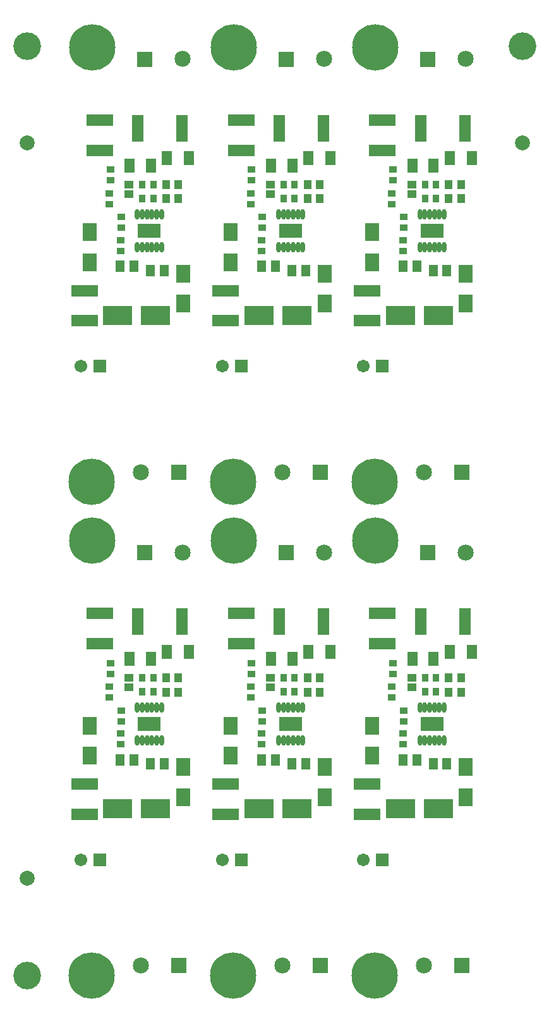
<source format=gts>
G04*
G04 #@! TF.GenerationSoftware,Altium Limited,Altium Designer,18.1.9 (240)*
G04*
G04 Layer_Color=8388736*
%FSAX25Y25*%
%MOIN*%
G70*
G01*
G75*
%ADD32C,0.14567*%
%ADD47C,0.07874*%
%ADD48R,0.14186X0.06115*%
%ADD49R,0.03753X0.04343*%
%ADD50R,0.04343X0.03753*%
%ADD51R,0.03950X0.04737*%
%ADD52R,0.15800X0.10249*%
%ADD53R,0.05328X0.07690*%
%ADD54R,0.07296X0.09461*%
%ADD55R,0.04540X0.04147*%
%ADD56R,0.05131X0.06115*%
%ADD57R,0.06115X0.14186*%
%ADD58R,0.05721X0.07690*%
%ADD59R,0.12217X0.07493*%
%ADD60O,0.02572X0.05524*%
%ADD61C,0.24422*%
%ADD62R,0.06706X0.06706*%
%ADD63C,0.06706*%
%ADD64R,0.08477X0.08477*%
%ADD65C,0.08477*%
D32*
X0524000Y0604000D02*
D03*
X0262500D02*
D03*
Y0114000D02*
D03*
D47*
X0524000Y0552819D02*
D03*
X0262500D02*
D03*
Y0165181D02*
D03*
D48*
X0300913Y0288862D02*
D03*
Y0304807D02*
D03*
X0292882Y0214846D02*
D03*
Y0198902D02*
D03*
X0375480Y0288862D02*
D03*
Y0304807D02*
D03*
X0367449Y0214846D02*
D03*
Y0198902D02*
D03*
X0450047Y0288862D02*
D03*
Y0304807D02*
D03*
X0442016Y0214846D02*
D03*
Y0198902D02*
D03*
X0300913Y0549012D02*
D03*
Y0564956D02*
D03*
X0292882Y0474996D02*
D03*
Y0459051D02*
D03*
X0375480Y0549012D02*
D03*
Y0564956D02*
D03*
X0367449Y0474996D02*
D03*
Y0459051D02*
D03*
X0450047Y0549012D02*
D03*
Y0564956D02*
D03*
X0442016Y0474996D02*
D03*
Y0459051D02*
D03*
D49*
X0329161Y0263370D02*
D03*
X0323453D02*
D03*
X0329161Y0270850D02*
D03*
X0323453D02*
D03*
X0403728Y0263370D02*
D03*
X0398020D02*
D03*
X0403728Y0270850D02*
D03*
X0398020D02*
D03*
X0478295Y0263370D02*
D03*
X0472587D02*
D03*
X0478295Y0270850D02*
D03*
X0472587D02*
D03*
X0329161Y0523519D02*
D03*
X0323453D02*
D03*
X0329161Y0531000D02*
D03*
X0323453D02*
D03*
X0403728Y0523519D02*
D03*
X0398020D02*
D03*
X0403728Y0531000D02*
D03*
X0398020D02*
D03*
X0478295Y0523519D02*
D03*
X0472587D02*
D03*
X0478295Y0531000D02*
D03*
X0472587D02*
D03*
D50*
X0305992Y0266146D02*
D03*
Y0260437D02*
D03*
X0306543Y0272917D02*
D03*
Y0278626D02*
D03*
X0312213Y0247957D02*
D03*
Y0253665D02*
D03*
X0311858Y0235831D02*
D03*
Y0241539D02*
D03*
X0380559Y0266146D02*
D03*
Y0260437D02*
D03*
X0381110Y0272917D02*
D03*
Y0278626D02*
D03*
X0386779Y0247957D02*
D03*
Y0253665D02*
D03*
X0386425Y0235831D02*
D03*
Y0241539D02*
D03*
X0455126Y0266146D02*
D03*
Y0260437D02*
D03*
X0455677Y0272917D02*
D03*
Y0278626D02*
D03*
X0461346Y0247957D02*
D03*
Y0253665D02*
D03*
X0460992Y0235831D02*
D03*
Y0241539D02*
D03*
X0305992Y0526295D02*
D03*
Y0520586D02*
D03*
X0306543Y0533067D02*
D03*
Y0538775D02*
D03*
X0312213Y0508106D02*
D03*
Y0513815D02*
D03*
X0311858Y0495980D02*
D03*
Y0501689D02*
D03*
X0380559Y0526295D02*
D03*
Y0520586D02*
D03*
X0381110Y0533067D02*
D03*
Y0538775D02*
D03*
X0386779Y0508106D02*
D03*
Y0513815D02*
D03*
X0386425Y0495980D02*
D03*
Y0501689D02*
D03*
X0455126Y0526295D02*
D03*
Y0520586D02*
D03*
X0455677Y0533067D02*
D03*
Y0538775D02*
D03*
X0461346Y0508106D02*
D03*
Y0513815D02*
D03*
X0460992Y0495980D02*
D03*
Y0501689D02*
D03*
D51*
X0342465Y0263350D02*
D03*
X0335968D02*
D03*
X0342465Y0270850D02*
D03*
X0335968D02*
D03*
X0417031Y0263350D02*
D03*
X0410535D02*
D03*
X0417031Y0270850D02*
D03*
X0410535D02*
D03*
X0491598Y0263350D02*
D03*
X0485102D02*
D03*
X0491598Y0270850D02*
D03*
X0485102D02*
D03*
X0342465Y0523500D02*
D03*
X0335968D02*
D03*
X0342465Y0531000D02*
D03*
X0335968D02*
D03*
X0417031Y0523500D02*
D03*
X0410535D02*
D03*
X0417031Y0531000D02*
D03*
X0410535D02*
D03*
X0491598Y0523500D02*
D03*
X0485102D02*
D03*
X0491598Y0531000D02*
D03*
X0485102D02*
D03*
D52*
X0310362Y0201716D02*
D03*
X0330362D02*
D03*
X0384929D02*
D03*
X0404929D02*
D03*
X0459496D02*
D03*
X0479496D02*
D03*
X0310362Y0461866D02*
D03*
X0330362D02*
D03*
X0384929D02*
D03*
X0404929D02*
D03*
X0459496D02*
D03*
X0479496D02*
D03*
D53*
X0336405Y0284591D02*
D03*
X0348020D02*
D03*
X0410972D02*
D03*
X0422587D02*
D03*
X0485539D02*
D03*
X0497154D02*
D03*
X0336405Y0544740D02*
D03*
X0348020D02*
D03*
X0410972D02*
D03*
X0422587D02*
D03*
X0485539D02*
D03*
X0497154D02*
D03*
D54*
X0295480Y0229827D02*
D03*
Y0245575D02*
D03*
X0344969Y0207976D02*
D03*
Y0223724D02*
D03*
X0370047Y0229827D02*
D03*
Y0245575D02*
D03*
X0419535Y0207976D02*
D03*
Y0223724D02*
D03*
X0444614Y0229827D02*
D03*
Y0245575D02*
D03*
X0494102Y0207976D02*
D03*
Y0223724D02*
D03*
X0295480Y0489976D02*
D03*
Y0505724D02*
D03*
X0344969Y0468126D02*
D03*
Y0483874D02*
D03*
X0370047Y0489976D02*
D03*
Y0505724D02*
D03*
X0419535Y0468126D02*
D03*
Y0483874D02*
D03*
X0444614Y0489976D02*
D03*
Y0505724D02*
D03*
X0494102Y0468126D02*
D03*
Y0483874D02*
D03*
D55*
X0316347Y0270850D02*
D03*
Y0265732D02*
D03*
X0390913Y0270850D02*
D03*
Y0265732D02*
D03*
X0465480Y0270850D02*
D03*
Y0265732D02*
D03*
X0316347Y0531000D02*
D03*
Y0525881D02*
D03*
X0390913Y0531000D02*
D03*
Y0525881D02*
D03*
X0465480Y0531000D02*
D03*
Y0525881D02*
D03*
D56*
X0334988Y0225457D02*
D03*
X0327705D02*
D03*
X0311760Y0227661D02*
D03*
X0319043D02*
D03*
X0409555Y0225457D02*
D03*
X0402272D02*
D03*
X0386327Y0227661D02*
D03*
X0393610D02*
D03*
X0484122Y0225457D02*
D03*
X0476839D02*
D03*
X0460894Y0227661D02*
D03*
X0468177D02*
D03*
X0334988Y0485606D02*
D03*
X0327705D02*
D03*
X0311760Y0487811D02*
D03*
X0319043D02*
D03*
X0409555Y0485606D02*
D03*
X0402272D02*
D03*
X0386327Y0487811D02*
D03*
X0393610D02*
D03*
X0484122Y0485606D02*
D03*
X0476839D02*
D03*
X0460894Y0487811D02*
D03*
X0468177D02*
D03*
D57*
X0321012Y0300535D02*
D03*
X0344437D02*
D03*
X0395579D02*
D03*
X0419004D02*
D03*
X0470146D02*
D03*
X0493571D02*
D03*
X0321012Y0560685D02*
D03*
X0344437D02*
D03*
X0395579D02*
D03*
X0419004D02*
D03*
X0470146D02*
D03*
X0493571D02*
D03*
D58*
X0327980Y0280772D02*
D03*
X0316760D02*
D03*
X0402547D02*
D03*
X0391327D02*
D03*
X0477114D02*
D03*
X0465894D02*
D03*
X0327980Y0540921D02*
D03*
X0316760D02*
D03*
X0402547D02*
D03*
X0391327D02*
D03*
X0477114D02*
D03*
X0465894D02*
D03*
D59*
X0327134Y0246370D02*
D03*
X0401701D02*
D03*
X0476268D02*
D03*
X0327134Y0506519D02*
D03*
X0401701D02*
D03*
X0476268D02*
D03*
D60*
X0320736Y0237709D02*
D03*
X0323295D02*
D03*
X0325854D02*
D03*
X0328413D02*
D03*
X0330972D02*
D03*
X0333531D02*
D03*
X0320736Y0255031D02*
D03*
X0323295D02*
D03*
X0325854D02*
D03*
X0328413D02*
D03*
X0330972D02*
D03*
X0333531D02*
D03*
X0395303Y0237709D02*
D03*
X0397862D02*
D03*
X0400421D02*
D03*
X0402980D02*
D03*
X0405539D02*
D03*
X0408098D02*
D03*
X0395303Y0255031D02*
D03*
X0397862D02*
D03*
X0400421D02*
D03*
X0402980D02*
D03*
X0405539D02*
D03*
X0408098D02*
D03*
X0469870Y0237709D02*
D03*
X0472429D02*
D03*
X0474988D02*
D03*
X0477547D02*
D03*
X0480106D02*
D03*
X0482665D02*
D03*
X0469870Y0255031D02*
D03*
X0472429D02*
D03*
X0474988D02*
D03*
X0477547D02*
D03*
X0480106D02*
D03*
X0482665D02*
D03*
X0320736Y0497858D02*
D03*
X0323295D02*
D03*
X0325854D02*
D03*
X0328413D02*
D03*
X0330972D02*
D03*
X0333531D02*
D03*
X0320736Y0515181D02*
D03*
X0323295D02*
D03*
X0325854D02*
D03*
X0328413D02*
D03*
X0330972D02*
D03*
X0333531D02*
D03*
X0395303Y0497858D02*
D03*
X0397862D02*
D03*
X0400421D02*
D03*
X0402980D02*
D03*
X0405539D02*
D03*
X0408098D02*
D03*
X0395303Y0515181D02*
D03*
X0397862D02*
D03*
X0400421D02*
D03*
X0402980D02*
D03*
X0405539D02*
D03*
X0408098D02*
D03*
X0469870Y0497858D02*
D03*
X0472429D02*
D03*
X0474988D02*
D03*
X0477547D02*
D03*
X0480106D02*
D03*
X0482665D02*
D03*
X0469870Y0515181D02*
D03*
X0472429D02*
D03*
X0474988D02*
D03*
X0477547D02*
D03*
X0480106D02*
D03*
X0482665D02*
D03*
D61*
X0297134Y0343134D02*
D03*
X0296779Y0113921D02*
D03*
X0371701Y0343134D02*
D03*
X0371346Y0113921D02*
D03*
X0446268Y0343134D02*
D03*
X0445913Y0113921D02*
D03*
X0297134Y0603283D02*
D03*
X0296779Y0374071D02*
D03*
X0371701Y0603283D02*
D03*
X0371346Y0374071D02*
D03*
X0446268Y0603283D02*
D03*
X0445913Y0374071D02*
D03*
D62*
X0300953Y0175024D02*
D03*
X0375520D02*
D03*
X0450087D02*
D03*
X0300953Y0435173D02*
D03*
X0375520D02*
D03*
X0450087D02*
D03*
D63*
X0290953Y0175024D02*
D03*
X0365520D02*
D03*
X0440087D02*
D03*
X0290953Y0435173D02*
D03*
X0365520D02*
D03*
X0440087D02*
D03*
D64*
X0342803Y0119158D02*
D03*
X0324732Y0336874D02*
D03*
X0417370Y0119158D02*
D03*
X0399299Y0336874D02*
D03*
X0491937Y0119158D02*
D03*
X0473866Y0336874D02*
D03*
X0342803Y0379307D02*
D03*
X0324732Y0597023D02*
D03*
X0417370Y0379307D02*
D03*
X0399299Y0597023D02*
D03*
X0491937Y0379307D02*
D03*
X0473866Y0597023D02*
D03*
D65*
X0322803Y0119118D02*
D03*
X0344732Y0336913D02*
D03*
X0397370Y0119118D02*
D03*
X0419299Y0336913D02*
D03*
X0471937Y0119118D02*
D03*
X0493866Y0336913D02*
D03*
X0322803Y0379267D02*
D03*
X0344732Y0597063D02*
D03*
X0397370Y0379267D02*
D03*
X0419299Y0597063D02*
D03*
X0471937Y0379267D02*
D03*
X0493866Y0597063D02*
D03*
M02*

</source>
